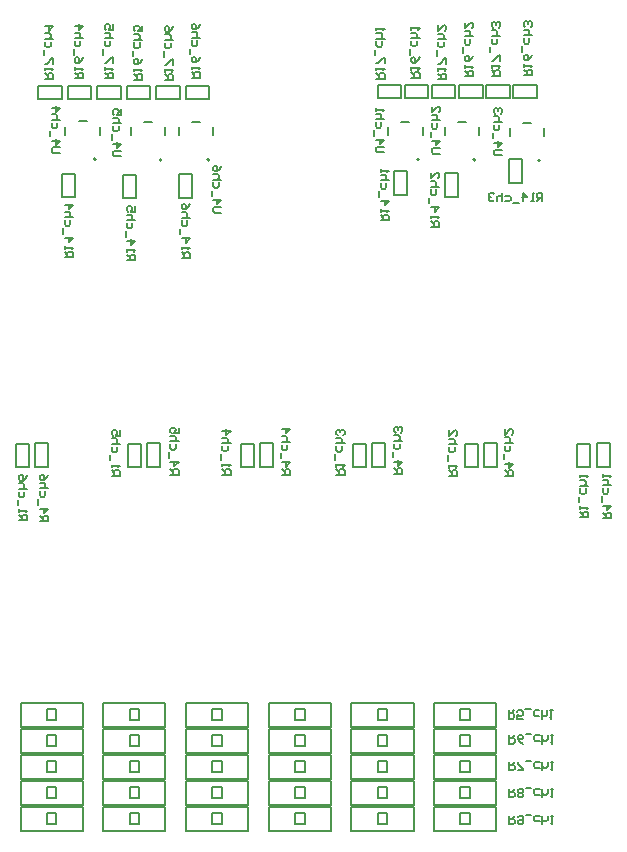
<source format=gbo>
G04*
G04 #@! TF.GenerationSoftware,Altium Limited,Altium Designer,20.0.13 (296)*
G04*
G04 Layer_Color=32896*
%FSLAX44Y44*%
%MOMM*%
G71*
G01*
G75*
%ADD10C,0.1500*%
%ADD12C,0.2000*%
%ADD15C,0.1270*%
D10*
X370697Y249000D02*
X423197D01*
Y228500D02*
Y249000D01*
X370697Y228500D02*
X423197D01*
X370697D02*
Y249000D01*
X400947Y234000D02*
Y243750D01*
X392947D02*
X400947D01*
X392947Y234000D02*
Y243750D01*
Y234000D02*
X400947D01*
X230682Y249000D02*
X283182D01*
Y228500D02*
Y249000D01*
X230682Y228500D02*
X283182D01*
X230682D02*
Y249000D01*
X260932Y234000D02*
Y243750D01*
X252932D02*
X260932D01*
X252932Y234000D02*
Y243750D01*
Y234000D02*
X260932D01*
X90667Y249000D02*
X143167D01*
Y228500D02*
Y249000D01*
X90667Y228500D02*
X143167D01*
X90667D02*
Y249000D01*
X120917Y234000D02*
Y243750D01*
X112917D02*
X120917D01*
X112917Y234000D02*
Y243750D01*
Y234000D02*
X120917D01*
X440705Y249000D02*
X493205D01*
Y228500D02*
Y249000D01*
X440705Y228500D02*
X493205D01*
X440705D02*
Y249000D01*
X470955Y234000D02*
Y243750D01*
X462955D02*
X470955D01*
X462955Y234000D02*
Y243750D01*
Y234000D02*
X470955D01*
X440705Y271000D02*
X493205D01*
Y250500D02*
Y271000D01*
X440705Y250500D02*
X493205D01*
X440705D02*
Y271000D01*
X470955Y256000D02*
Y265750D01*
X462955D02*
X470955D01*
X462955Y256000D02*
Y265750D01*
Y256000D02*
X470955D01*
X440705Y293000D02*
X493205D01*
Y272500D02*
Y293000D01*
X440705Y272500D02*
X493205D01*
X440705D02*
Y293000D01*
X470955Y278000D02*
Y287750D01*
X462955D02*
X470955D01*
X462955Y278000D02*
Y287750D01*
Y278000D02*
X470955D01*
X440705Y315000D02*
X493205D01*
Y294500D02*
Y315000D01*
X440705Y294500D02*
X493205D01*
X440705D02*
Y315000D01*
X470955Y300000D02*
Y309750D01*
X462955D02*
X470955D01*
X462955Y300000D02*
Y309750D01*
Y300000D02*
X470955D01*
X440705Y337000D02*
X493205D01*
Y316500D02*
Y337000D01*
X440705Y316500D02*
X493205D01*
X440705D02*
Y337000D01*
X470955Y322000D02*
Y331750D01*
X462955D02*
X470955D01*
X462955Y322000D02*
Y331750D01*
Y322000D02*
X470955D01*
X370697Y271000D02*
X423197D01*
Y250500D02*
Y271000D01*
X370697Y250500D02*
X423197D01*
X370697D02*
Y271000D01*
X400947Y256000D02*
Y265750D01*
X392947D02*
X400947D01*
X392947Y256000D02*
Y265750D01*
Y256000D02*
X400947D01*
X370697Y293000D02*
X423197D01*
Y272500D02*
Y293000D01*
X370697Y272500D02*
X423197D01*
X370697D02*
Y293000D01*
X400947Y278000D02*
Y287750D01*
X392947D02*
X400947D01*
X392947Y278000D02*
Y287750D01*
Y278000D02*
X400947D01*
X370697Y315000D02*
X423197D01*
Y294500D02*
Y315000D01*
X370697Y294500D02*
X423197D01*
X370697D02*
Y315000D01*
X400947Y300000D02*
Y309750D01*
X392947D02*
X400947D01*
X392947Y300000D02*
Y309750D01*
Y300000D02*
X400947D01*
X370697Y337000D02*
X423197D01*
Y316500D02*
Y337000D01*
X370697Y316500D02*
X423197D01*
X370697D02*
Y337000D01*
X400947Y322000D02*
Y331750D01*
X392947D02*
X400947D01*
X392947Y322000D02*
Y331750D01*
Y322000D02*
X400947D01*
X300690Y249000D02*
X353190D01*
Y228500D02*
Y249000D01*
X300690Y228500D02*
X353190D01*
X300690D02*
Y249000D01*
X330940Y234000D02*
Y243750D01*
X322940D02*
X330940D01*
X322940Y234000D02*
Y243750D01*
Y234000D02*
X330940D01*
X300690Y271000D02*
X353190D01*
Y250500D02*
Y271000D01*
X300690Y250500D02*
X353190D01*
X300690D02*
Y271000D01*
X330940Y256000D02*
Y265750D01*
X322940D02*
X330940D01*
X322940Y256000D02*
Y265750D01*
Y256000D02*
X330940D01*
X300690Y293000D02*
X353190D01*
Y272500D02*
Y293000D01*
X300690Y272500D02*
X353190D01*
X300690D02*
Y293000D01*
X330940Y278000D02*
Y287750D01*
X322940D02*
X330940D01*
X322940Y278000D02*
Y287750D01*
Y278000D02*
X330940D01*
X300690Y315000D02*
X353190D01*
Y294500D02*
Y315000D01*
X300690Y294500D02*
X353190D01*
X300690D02*
Y315000D01*
X330940Y300000D02*
Y309750D01*
X322940D02*
X330940D01*
X322940Y300000D02*
Y309750D01*
Y300000D02*
X330940D01*
X300690Y337000D02*
X353190D01*
Y316500D02*
Y337000D01*
X300690Y316500D02*
X353190D01*
X300690D02*
Y337000D01*
X330940Y322000D02*
Y331750D01*
X322940D02*
X330940D01*
X322940Y322000D02*
Y331750D01*
Y322000D02*
X330940D01*
X230682Y271000D02*
X283182D01*
Y250500D02*
Y271000D01*
X230682Y250500D02*
X283182D01*
X230682D02*
Y271000D01*
X260932Y256000D02*
Y265750D01*
X252932D02*
X260932D01*
X252932Y256000D02*
Y265750D01*
Y256000D02*
X260932D01*
X230682Y293000D02*
X283182D01*
Y272500D02*
Y293000D01*
X230682Y272500D02*
X283182D01*
X230682D02*
Y293000D01*
X260932Y278000D02*
Y287750D01*
X252932D02*
X260932D01*
X252932Y278000D02*
Y287750D01*
Y278000D02*
X260932D01*
X230682Y315000D02*
X283182D01*
Y294500D02*
Y315000D01*
X230682Y294500D02*
X283182D01*
X230682D02*
Y315000D01*
X260932Y300000D02*
Y309750D01*
X252932D02*
X260932D01*
X252932Y300000D02*
Y309750D01*
Y300000D02*
X260932D01*
X230682Y337000D02*
X283182D01*
Y316500D02*
Y337000D01*
X230682Y316500D02*
X283182D01*
X230682D02*
Y337000D01*
X260932Y322000D02*
Y331750D01*
X252932D02*
X260932D01*
X252932Y322000D02*
Y331750D01*
Y322000D02*
X260932D01*
X160675Y249000D02*
X213175D01*
Y228500D02*
Y249000D01*
X160675Y228500D02*
X213175D01*
X160675D02*
Y249000D01*
X190925Y234000D02*
Y243750D01*
X182925D02*
X190925D01*
X182925Y234000D02*
Y243750D01*
Y234000D02*
X190925D01*
X160675Y271000D02*
X213175D01*
Y250500D02*
Y271000D01*
X160675Y250500D02*
X213175D01*
X160675D02*
Y271000D01*
X190925Y256000D02*
Y265750D01*
X182925D02*
X190925D01*
X182925Y256000D02*
Y265750D01*
Y256000D02*
X190925D01*
X160675Y293000D02*
X213175D01*
Y272500D02*
Y293000D01*
X160675Y272500D02*
X213175D01*
X160675D02*
Y293000D01*
X190925Y278000D02*
Y287750D01*
X182925D02*
X190925D01*
X182925Y278000D02*
Y287750D01*
Y278000D02*
X190925D01*
X160675Y315000D02*
X213175D01*
Y294500D02*
Y315000D01*
X160675Y294500D02*
X213175D01*
X160675D02*
Y315000D01*
X190925Y300000D02*
Y309750D01*
X182925D02*
X190925D01*
X182925Y300000D02*
Y309750D01*
Y300000D02*
X190925D01*
X160675Y337000D02*
X213175D01*
Y316500D02*
Y337000D01*
X160675Y316500D02*
X213175D01*
X160675D02*
Y337000D01*
X190925Y322000D02*
Y331750D01*
X182925D02*
X190925D01*
X182925Y322000D02*
Y331750D01*
Y322000D02*
X190925D01*
X90667Y271000D02*
X143167D01*
Y250500D02*
Y271000D01*
X90667Y250500D02*
X143167D01*
X90667D02*
Y271000D01*
X120917Y256000D02*
Y265750D01*
X112917D02*
X120917D01*
X112917Y256000D02*
Y265750D01*
Y256000D02*
X120917D01*
X90667Y293000D02*
X143167D01*
Y272500D02*
Y293000D01*
X90667Y272500D02*
X143167D01*
X90667D02*
Y293000D01*
X120917Y278000D02*
Y287750D01*
X112917D02*
X120917D01*
X112917Y278000D02*
Y287750D01*
Y278000D02*
X120917D01*
X90667Y315000D02*
X143167D01*
Y294500D02*
Y315000D01*
X90667Y294500D02*
X143167D01*
X90667D02*
Y315000D01*
X120917Y300000D02*
Y309750D01*
X112917D02*
X120917D01*
X112917Y300000D02*
Y309750D01*
Y300000D02*
X120917D01*
X90667Y337000D02*
X143167D01*
Y316500D02*
Y337000D01*
X90667Y316500D02*
X143167D01*
X90667D02*
Y337000D01*
X120917Y322000D02*
Y331750D01*
X112917D02*
X120917D01*
X112917Y322000D02*
Y331750D01*
Y322000D02*
X120917D01*
D12*
X154500Y797150D02*
G03*
X154500Y797150I-1000J0D01*
G01*
X210000Y796650D02*
G03*
X210000Y796650I-1000J0D01*
G01*
X250500D02*
G03*
X250500Y796650I-1000J0D01*
G01*
X530500Y795900D02*
G03*
X530500Y795900I-1000J0D01*
G01*
X475750Y796650D02*
G03*
X475750Y796650I-1000J0D01*
G01*
X427875Y796900D02*
G03*
X427875Y796900I-1000J0D01*
G01*
X125500Y848250D02*
Y859250D01*
X105500D02*
X125500D01*
X105500Y848250D02*
Y859250D01*
Y848250D02*
X125500D01*
X150450D02*
Y859250D01*
X130450D02*
X150450D01*
X130450Y848250D02*
Y859250D01*
Y848250D02*
X150450D01*
X175400D02*
Y859250D01*
X155400D02*
X175400D01*
X155400Y848250D02*
Y859250D01*
Y848250D02*
X175400D01*
X200350D02*
Y859250D01*
X180350D02*
X200350D01*
X180350Y848250D02*
Y859250D01*
Y848250D02*
X200350D01*
X225300D02*
Y859250D01*
X205300D02*
X225300D01*
X205300Y848250D02*
Y859250D01*
Y848250D02*
X225300D01*
X250250D02*
Y859250D01*
X230250D02*
X250250D01*
X230250Y848250D02*
Y859250D01*
Y848250D02*
X250250D01*
X125250Y764750D02*
X136250D01*
Y784750D01*
X125250D02*
X136250D01*
X125250Y764750D02*
Y784750D01*
X177125Y764000D02*
X188125D01*
Y784000D01*
X177125D02*
X188125D01*
X177125Y764000D02*
Y784000D01*
X224250Y764500D02*
X235250D01*
Y784500D01*
X224250D02*
X235250D01*
X224250Y764500D02*
Y784500D01*
X412875Y849250D02*
Y860250D01*
X392875D02*
X412875D01*
X392875Y849250D02*
Y860250D01*
Y849250D02*
X412875D01*
X435800D02*
Y860250D01*
X415800D02*
X435800D01*
X415800Y849250D02*
Y860250D01*
Y849250D02*
X435800D01*
X458725D02*
Y860250D01*
X438725D02*
X458725D01*
X438725Y849250D02*
Y860250D01*
Y849250D02*
X458725D01*
X481650D02*
Y860250D01*
X461650D02*
X481650D01*
X461650Y849250D02*
Y860250D01*
Y849250D02*
X481650D01*
X504575D02*
Y860250D01*
X484575D02*
X504575D01*
X484575Y849250D02*
Y860250D01*
Y849250D02*
X504575D01*
X527500D02*
Y860250D01*
X507500D02*
X527500D01*
X507500Y849250D02*
Y860250D01*
Y849250D02*
X527500D01*
X407000Y767250D02*
X418000D01*
Y787250D01*
X407000D02*
X418000D01*
X407000Y767250D02*
Y787250D01*
X449750Y765500D02*
X460750D01*
Y785500D01*
X449750D02*
X460750D01*
X449750Y765500D02*
Y785500D01*
X504000Y777000D02*
X515000D01*
Y797000D01*
X504000D02*
X515000D01*
X504000Y777000D02*
Y797000D01*
X181750Y536250D02*
X192750D01*
Y556250D01*
X181750D02*
X192750D01*
X181750Y536250D02*
Y556250D01*
X197700Y536500D02*
X208700D01*
Y556500D01*
X197700D02*
X208700D01*
X197700Y536500D02*
Y556500D01*
X276750Y536250D02*
X287750D01*
Y556250D01*
X276750D02*
X287750D01*
X276750Y536250D02*
Y556250D01*
X292900Y536500D02*
X303900D01*
Y556500D01*
X292900D02*
X303900D01*
X292900Y536500D02*
Y556500D01*
X371750Y536250D02*
X382750D01*
Y556250D01*
X371750D02*
X382750D01*
X371750Y536250D02*
Y556250D01*
X388100Y536500D02*
X399100D01*
Y556500D01*
X388100D02*
X399100D01*
X388100Y536500D02*
Y556500D01*
X466750Y536250D02*
X477750D01*
Y556250D01*
X466750D02*
X477750D01*
X466750Y536250D02*
Y556250D01*
X483300Y536500D02*
X494300D01*
Y556500D01*
X483300D02*
X494300D01*
X483300Y536500D02*
Y556500D01*
X86750Y536250D02*
X97750D01*
Y556250D01*
X86750D02*
X97750D01*
X86750Y536250D02*
Y556250D01*
X102500Y536500D02*
X113500D01*
Y556500D01*
X102500D02*
X113500D01*
X102500Y536500D02*
Y556500D01*
X561750Y536250D02*
X572750D01*
Y556250D01*
X561750D02*
X572750D01*
X561750Y536250D02*
Y556250D01*
X578500Y536500D02*
X589500D01*
Y556500D01*
X578500D02*
X589500D01*
X578500Y536500D02*
Y556500D01*
X260582Y751923D02*
X254751D01*
X253584Y753089D01*
Y755422D01*
X254751Y756588D01*
X260582D01*
X253584Y762420D02*
X260582D01*
X257083Y758921D01*
Y763586D01*
X252418Y765919D02*
Y770584D01*
X258249Y777581D02*
Y774083D01*
X257083Y772916D01*
X254751D01*
X253584Y774083D01*
Y777581D01*
X260582Y779914D02*
X253584D01*
X257083D01*
X258249Y781080D01*
Y783413D01*
X257083Y784579D01*
X253584D01*
X260582Y791577D02*
X259416Y789244D01*
X257083Y786912D01*
X254751D01*
X253584Y788078D01*
Y790411D01*
X254751Y791577D01*
X255917D01*
X257083Y790411D01*
Y786912D01*
X175832Y799673D02*
X170000D01*
X168834Y800839D01*
Y803172D01*
X170000Y804338D01*
X175832D01*
X168834Y810170D02*
X175832D01*
X172333Y806671D01*
Y811336D01*
X167668Y813669D02*
Y818334D01*
X173499Y825331D02*
Y821833D01*
X172333Y820666D01*
X170000D01*
X168834Y821833D01*
Y825331D01*
X175832Y827664D02*
X168834D01*
X172333D01*
X173499Y828830D01*
Y831163D01*
X172333Y832329D01*
X168834D01*
X175832Y839327D02*
Y834662D01*
X172333D01*
X173499Y836994D01*
Y838161D01*
X172333Y839327D01*
X170000D01*
X168834Y838161D01*
Y835828D01*
X170000Y834662D01*
X123832Y802423D02*
X118001D01*
X116834Y803589D01*
Y805922D01*
X118001Y807088D01*
X123832D01*
X116834Y812920D02*
X123832D01*
X120333Y809421D01*
Y814086D01*
X115668Y816419D02*
Y821084D01*
X121500Y828082D02*
Y824583D01*
X120333Y823416D01*
X118001D01*
X116834Y824583D01*
Y828082D01*
X123832Y830414D02*
X116834D01*
X120333D01*
X121500Y831580D01*
Y833913D01*
X120333Y835079D01*
X116834D01*
Y840911D02*
X123832D01*
X120333Y837412D01*
Y842077D01*
X498332Y800673D02*
X492501D01*
X491334Y801839D01*
Y804172D01*
X492501Y805338D01*
X498332D01*
X491334Y811170D02*
X498332D01*
X494833Y807671D01*
Y812336D01*
X490168Y814669D02*
Y819334D01*
X495999Y826331D02*
Y822833D01*
X494833Y821666D01*
X492501D01*
X491334Y822833D01*
Y826331D01*
X498332Y828664D02*
X491334D01*
X494833D01*
X495999Y829830D01*
Y832163D01*
X494833Y833329D01*
X491334D01*
X497166Y835662D02*
X498332Y836828D01*
Y839161D01*
X497166Y840327D01*
X495999D01*
X494833Y839161D01*
Y837994D01*
Y839161D01*
X493667Y840327D01*
X492501D01*
X491334Y839161D01*
Y836828D01*
X492501Y835662D01*
X445832Y801923D02*
X440001D01*
X438834Y803089D01*
Y805422D01*
X440001Y806588D01*
X445832D01*
X438834Y812420D02*
X445832D01*
X442333Y808921D01*
Y813586D01*
X437668Y815919D02*
Y820584D01*
X443499Y827581D02*
Y824083D01*
X442333Y822916D01*
X440001D01*
X438834Y824083D01*
Y827581D01*
X445832Y829914D02*
X438834D01*
X442333D01*
X443499Y831080D01*
Y833413D01*
X442333Y834579D01*
X438834D01*
Y841577D02*
Y836912D01*
X443499Y841577D01*
X444666D01*
X445832Y840411D01*
Y838078D01*
X444666Y836912D01*
X398332Y802839D02*
X392501D01*
X391334Y804006D01*
Y806338D01*
X392501Y807505D01*
X398332D01*
X391334Y813336D02*
X398332D01*
X394833Y809837D01*
Y814502D01*
X390168Y816835D02*
Y821500D01*
X395999Y828498D02*
Y824999D01*
X394833Y823833D01*
X392501D01*
X391334Y824999D01*
Y828498D01*
X398332Y830830D02*
X391334D01*
X394833D01*
X395999Y831997D01*
Y834329D01*
X394833Y835496D01*
X391334D01*
Y837828D02*
Y840161D01*
Y838994D01*
X398332D01*
X397166Y837828D01*
X212834Y864257D02*
X219832D01*
Y867756D01*
X218666Y868923D01*
X216333D01*
X215167Y867756D01*
Y864257D01*
Y866590D02*
X212834Y868923D01*
Y871255D02*
Y873588D01*
Y872421D01*
X219832D01*
X218666Y871255D01*
X219832Y877086D02*
Y881752D01*
X218666D01*
X214001Y877086D01*
X212834D01*
X211668Y884084D02*
Y888749D01*
X217499Y895747D02*
Y892248D01*
X216333Y891082D01*
X214001D01*
X212834Y892248D01*
Y895747D01*
X219832Y898080D02*
X212834D01*
X216333D01*
X217499Y899246D01*
Y901579D01*
X216333Y902745D01*
X212834D01*
X219832Y909743D02*
X218666Y907410D01*
X216333Y905078D01*
X214001D01*
X212834Y906244D01*
Y908576D01*
X214001Y909743D01*
X215167D01*
X216333Y908576D01*
Y905078D01*
X161834Y865757D02*
X168832D01*
Y869256D01*
X167666Y870423D01*
X165333D01*
X164167Y869256D01*
Y865757D01*
Y868090D02*
X161834Y870423D01*
Y872755D02*
Y875088D01*
Y873921D01*
X168832D01*
X167666Y872755D01*
X168832Y878587D02*
Y883252D01*
X167666D01*
X163001Y878587D01*
X161834D01*
X160668Y885584D02*
Y890249D01*
X166499Y897247D02*
Y893748D01*
X165333Y892582D01*
X163001D01*
X161834Y893748D01*
Y897247D01*
X168832Y899580D02*
X161834D01*
X165333D01*
X166499Y900746D01*
Y903079D01*
X165333Y904245D01*
X161834D01*
X168832Y911243D02*
Y906578D01*
X165333D01*
X166499Y908910D01*
Y910076D01*
X165333Y911243D01*
X163001D01*
X161834Y910076D01*
Y907744D01*
X163001Y906578D01*
X111334Y865257D02*
X118332D01*
Y868756D01*
X117166Y869922D01*
X114833D01*
X113667Y868756D01*
Y865257D01*
Y867590D02*
X111334Y869922D01*
Y872255D02*
Y874588D01*
Y873421D01*
X118332D01*
X117166Y872255D01*
X118332Y878086D02*
Y882752D01*
X117166D01*
X112501Y878086D01*
X111334D01*
X110168Y885084D02*
Y889750D01*
X115999Y896747D02*
Y893248D01*
X114833Y892082D01*
X112501D01*
X111334Y893248D01*
Y896747D01*
X118332Y899080D02*
X111334D01*
X114833D01*
X115999Y900246D01*
Y902579D01*
X114833Y903745D01*
X111334D01*
Y909576D02*
X118332D01*
X114833Y906077D01*
Y910743D01*
X489334Y867757D02*
X496332D01*
Y871256D01*
X495166Y872422D01*
X492833D01*
X491667Y871256D01*
Y867757D01*
Y870090D02*
X489334Y872422D01*
Y874755D02*
Y877088D01*
Y875921D01*
X496332D01*
X495166Y874755D01*
X496332Y880586D02*
Y885252D01*
X495166D01*
X490501Y880586D01*
X489334D01*
X488168Y887584D02*
Y892249D01*
X493999Y899247D02*
Y895748D01*
X492833Y894582D01*
X490501D01*
X489334Y895748D01*
Y899247D01*
X496332Y901580D02*
X489334D01*
X492833D01*
X493999Y902746D01*
Y905079D01*
X492833Y906245D01*
X489334D01*
X495166Y908577D02*
X496332Y909744D01*
Y912076D01*
X495166Y913243D01*
X493999D01*
X492833Y912076D01*
Y910910D01*
Y912076D01*
X491667Y913243D01*
X490501D01*
X489334Y912076D01*
Y909744D01*
X490501Y908577D01*
X444084Y865007D02*
X451082D01*
Y868506D01*
X449916Y869672D01*
X447583D01*
X446417Y868506D01*
Y865007D01*
Y867340D02*
X444084Y869672D01*
Y872005D02*
Y874338D01*
Y873171D01*
X451082D01*
X449916Y872005D01*
X451082Y877837D02*
Y882502D01*
X449916D01*
X445251Y877837D01*
X444084D01*
X442918Y884834D02*
Y889499D01*
X448749Y896497D02*
Y892998D01*
X447583Y891832D01*
X445251D01*
X444084Y892998D01*
Y896497D01*
X451082Y898830D02*
X444084D01*
X447583D01*
X448749Y899996D01*
Y902329D01*
X447583Y903495D01*
X444084D01*
Y910493D02*
Y905827D01*
X448749Y910493D01*
X449916D01*
X451082Y909326D01*
Y906994D01*
X449916Y905827D01*
X391834Y865424D02*
X398832D01*
Y868923D01*
X397666Y870089D01*
X395333D01*
X394167Y868923D01*
Y865424D01*
Y867756D02*
X391834Y870089D01*
Y872421D02*
Y874754D01*
Y873588D01*
X398832D01*
X397666Y872421D01*
X398832Y878253D02*
Y882918D01*
X397666D01*
X393001Y878253D01*
X391834D01*
X390668Y885251D02*
Y889916D01*
X396499Y896914D02*
Y893415D01*
X395333Y892248D01*
X393001D01*
X391834Y893415D01*
Y896914D01*
X398832Y899246D02*
X391834D01*
X395333D01*
X396499Y900412D01*
Y902745D01*
X395333Y903911D01*
X391834D01*
Y906244D02*
Y908576D01*
Y907410D01*
X398832D01*
X397666Y906244D01*
X235334Y866257D02*
X242332D01*
Y869756D01*
X241166Y870922D01*
X238833D01*
X237667Y869756D01*
Y866257D01*
Y868590D02*
X235334Y870922D01*
Y873255D02*
Y875588D01*
Y874421D01*
X242332D01*
X241166Y873255D01*
X242332Y883752D02*
X241166Y881419D01*
X238833Y879087D01*
X236501D01*
X235334Y880253D01*
Y882585D01*
X236501Y883752D01*
X237667D01*
X238833Y882585D01*
Y879087D01*
X234168Y886084D02*
Y890750D01*
X239999Y897747D02*
Y894248D01*
X238833Y893082D01*
X236501D01*
X235334Y894248D01*
Y897747D01*
X242332Y900080D02*
X235334D01*
X238833D01*
X239999Y901246D01*
Y903579D01*
X238833Y904745D01*
X235334D01*
X242332Y911743D02*
X241166Y909410D01*
X238833Y907077D01*
X236501D01*
X235334Y908244D01*
Y910576D01*
X236501Y911743D01*
X237667D01*
X238833Y910576D01*
Y907077D01*
X186584Y864507D02*
X193582D01*
Y868006D01*
X192416Y869173D01*
X190083D01*
X188917Y868006D01*
Y864507D01*
Y866840D02*
X186584Y869173D01*
Y871505D02*
Y873838D01*
Y872671D01*
X193582D01*
X192416Y871505D01*
X193582Y882002D02*
X192416Y879669D01*
X190083Y877337D01*
X187751D01*
X186584Y878503D01*
Y880835D01*
X187751Y882002D01*
X188917D01*
X190083Y880835D01*
Y877337D01*
X185418Y884334D02*
Y888999D01*
X191250Y895997D02*
Y892498D01*
X190083Y891332D01*
X187751D01*
X186584Y892498D01*
Y895997D01*
X193582Y898330D02*
X186584D01*
X190083D01*
X191250Y899496D01*
Y901829D01*
X190083Y902995D01*
X186584D01*
X193582Y909993D02*
Y905328D01*
X190083D01*
X191250Y907660D01*
Y908826D01*
X190083Y909993D01*
X187751D01*
X186584Y908826D01*
Y906494D01*
X187751Y905328D01*
X136584Y865757D02*
X143582D01*
Y869256D01*
X142416Y870423D01*
X140083D01*
X138917Y869256D01*
Y865757D01*
Y868090D02*
X136584Y870423D01*
Y872755D02*
Y875088D01*
Y873921D01*
X143582D01*
X142416Y872755D01*
X143582Y883252D02*
X142416Y880919D01*
X140083Y878587D01*
X137751D01*
X136584Y879753D01*
Y882085D01*
X137751Y883252D01*
X138917D01*
X140083Y882085D01*
Y878587D01*
X135418Y885584D02*
Y890249D01*
X141250Y897247D02*
Y893748D01*
X140083Y892582D01*
X137751D01*
X136584Y893748D01*
Y897247D01*
X143582Y899580D02*
X136584D01*
X140083D01*
X141250Y900746D01*
Y903079D01*
X140083Y904245D01*
X136584D01*
Y910076D02*
X143582D01*
X140083Y906578D01*
Y911243D01*
X516584Y868257D02*
X523582D01*
Y871756D01*
X522416Y872923D01*
X520083D01*
X518917Y871756D01*
Y868257D01*
Y870590D02*
X516584Y872923D01*
Y875255D02*
Y877588D01*
Y876421D01*
X523582D01*
X522416Y875255D01*
X523582Y885752D02*
X522416Y883419D01*
X520083Y881087D01*
X517751D01*
X516584Y882253D01*
Y884585D01*
X517751Y885752D01*
X518917D01*
X520083Y884585D01*
Y881087D01*
X515418Y888084D02*
Y892749D01*
X521250Y899747D02*
Y896248D01*
X520083Y895082D01*
X517751D01*
X516584Y896248D01*
Y899747D01*
X523582Y902080D02*
X516584D01*
X520083D01*
X521250Y903246D01*
Y905579D01*
X520083Y906745D01*
X516584D01*
X522416Y909078D02*
X523582Y910244D01*
Y912576D01*
X522416Y913743D01*
X521250D01*
X520083Y912576D01*
Y911410D01*
Y912576D01*
X518917Y913743D01*
X517751D01*
X516584Y912576D01*
Y910244D01*
X517751Y909078D01*
X466584Y867257D02*
X473582D01*
Y870756D01*
X472416Y871923D01*
X470083D01*
X468917Y870756D01*
Y867257D01*
Y869590D02*
X466584Y871923D01*
Y874255D02*
Y876588D01*
Y875421D01*
X473582D01*
X472416Y874255D01*
X473582Y884752D02*
X472416Y882419D01*
X470083Y880087D01*
X467751D01*
X466584Y881253D01*
Y883585D01*
X467751Y884752D01*
X468917D01*
X470083Y883585D01*
Y880087D01*
X465418Y887084D02*
Y891749D01*
X471250Y898747D02*
Y895248D01*
X470083Y894082D01*
X467751D01*
X466584Y895248D01*
Y898747D01*
X473582Y901080D02*
X466584D01*
X470083D01*
X471250Y902246D01*
Y904579D01*
X470083Y905745D01*
X466584D01*
Y912743D02*
Y908077D01*
X471250Y912743D01*
X472416D01*
X473582Y911576D01*
Y909244D01*
X472416Y908077D01*
X421334Y865924D02*
X428332D01*
Y869423D01*
X427166Y870589D01*
X424833D01*
X423667Y869423D01*
Y865924D01*
Y868256D02*
X421334Y870589D01*
Y872921D02*
Y875254D01*
Y874088D01*
X428332D01*
X427166Y872921D01*
X428332Y883418D02*
X427166Y881085D01*
X424833Y878753D01*
X422501D01*
X421334Y879919D01*
Y882252D01*
X422501Y883418D01*
X423667D01*
X424833Y882252D01*
Y878753D01*
X420168Y885751D02*
Y890416D01*
X425999Y897413D02*
Y893915D01*
X424833Y892748D01*
X422501D01*
X421334Y893915D01*
Y897413D01*
X428332Y899746D02*
X421334D01*
X424833D01*
X425999Y900912D01*
Y903245D01*
X424833Y904411D01*
X421334D01*
Y906744D02*
Y909076D01*
Y907910D01*
X428332D01*
X427166Y906744D01*
X226834Y713757D02*
X233832D01*
Y717256D01*
X232666Y718422D01*
X230333D01*
X229167Y717256D01*
Y713757D01*
Y716090D02*
X226834Y718422D01*
Y720755D02*
Y723088D01*
Y721921D01*
X233832D01*
X232666Y720755D01*
X226834Y730085D02*
X233832D01*
X230333Y726587D01*
Y731252D01*
X225668Y733584D02*
Y738250D01*
X231500Y745247D02*
Y741748D01*
X230333Y740582D01*
X228001D01*
X226834Y741748D01*
Y745247D01*
X233832Y747580D02*
X226834D01*
X230333D01*
X231500Y748746D01*
Y751079D01*
X230333Y752245D01*
X226834D01*
X233832Y759243D02*
X232666Y756910D01*
X230333Y754577D01*
X228001D01*
X226834Y755744D01*
Y758076D01*
X228001Y759243D01*
X229167D01*
X230333Y758076D01*
Y754577D01*
X180584Y711757D02*
X187582D01*
Y715256D01*
X186416Y716423D01*
X184083D01*
X182917Y715256D01*
Y711757D01*
Y714090D02*
X180584Y716423D01*
Y718755D02*
Y721088D01*
Y719921D01*
X187582D01*
X186416Y718755D01*
X180584Y728085D02*
X187582D01*
X184083Y724586D01*
Y729252D01*
X179418Y731584D02*
Y736249D01*
X185249Y743247D02*
Y739748D01*
X184083Y738582D01*
X181751D01*
X180584Y739748D01*
Y743247D01*
X187582Y745580D02*
X180584D01*
X184083D01*
X185249Y746746D01*
Y749079D01*
X184083Y750245D01*
X180584D01*
X187582Y757243D02*
Y752578D01*
X184083D01*
X185249Y754910D01*
Y756076D01*
X184083Y757243D01*
X181751D01*
X180584Y756076D01*
Y753744D01*
X181751Y752578D01*
X127834Y714007D02*
X134832D01*
Y717506D01*
X133666Y718672D01*
X131333D01*
X130167Y717506D01*
Y714007D01*
Y716340D02*
X127834Y718672D01*
Y721005D02*
Y723338D01*
Y722171D01*
X134832D01*
X133666Y721005D01*
X127834Y730335D02*
X134832D01*
X131333Y726836D01*
Y731502D01*
X126668Y733834D02*
Y738500D01*
X132500Y745497D02*
Y741998D01*
X131333Y740832D01*
X129001D01*
X127834Y741998D01*
Y745497D01*
X134832Y747830D02*
X127834D01*
X131333D01*
X132500Y748996D01*
Y751329D01*
X131333Y752495D01*
X127834D01*
Y758326D02*
X134832D01*
X131333Y754827D01*
Y759493D01*
X532243Y761584D02*
Y768582D01*
X528744D01*
X527578Y767416D01*
Y765083D01*
X528744Y763917D01*
X532243D01*
X529910D02*
X527578Y761584D01*
X525245D02*
X522912D01*
X524079D01*
Y768582D01*
X525245Y767416D01*
X515915Y761584D02*
Y768582D01*
X519413Y765083D01*
X514748D01*
X512416Y760418D02*
X507751D01*
X500753Y766249D02*
X504252D01*
X505418Y765083D01*
Y762751D01*
X504252Y761584D01*
X500753D01*
X498420Y768582D02*
Y761584D01*
Y765083D01*
X497254Y766249D01*
X494921D01*
X493755Y765083D01*
Y761584D01*
X491423Y767416D02*
X490256Y768582D01*
X487924D01*
X486757Y767416D01*
Y766249D01*
X487924Y765083D01*
X489090D01*
X487924D01*
X486757Y763917D01*
Y762751D01*
X487924Y761584D01*
X490256D01*
X491423Y762751D01*
X437834Y740007D02*
X444832D01*
Y743506D01*
X443666Y744672D01*
X441333D01*
X440167Y743506D01*
Y740007D01*
Y742340D02*
X437834Y744672D01*
Y747005D02*
Y749338D01*
Y748171D01*
X444832D01*
X443666Y747005D01*
X437834Y756335D02*
X444832D01*
X441333Y752837D01*
Y757502D01*
X436668Y759834D02*
Y764499D01*
X442499Y771497D02*
Y767998D01*
X441333Y766832D01*
X439001D01*
X437834Y767998D01*
Y771497D01*
X444832Y773830D02*
X437834D01*
X441333D01*
X442499Y774996D01*
Y777329D01*
X441333Y778495D01*
X437834D01*
Y785493D02*
Y780827D01*
X442499Y785493D01*
X443666D01*
X444832Y784326D01*
Y781994D01*
X443666Y780827D01*
X395334Y745424D02*
X402332D01*
Y748923D01*
X401166Y750089D01*
X398833D01*
X397667Y748923D01*
Y745424D01*
Y747756D02*
X395334Y750089D01*
Y752421D02*
Y754754D01*
Y753588D01*
X402332D01*
X401166Y752421D01*
X395334Y761752D02*
X402332D01*
X398833Y758253D01*
Y762918D01*
X394168Y765251D02*
Y769916D01*
X400000Y776914D02*
Y773415D01*
X398833Y772248D01*
X396501D01*
X395334Y773415D01*
Y776914D01*
X402332Y779246D02*
X395334D01*
X398833D01*
X400000Y780412D01*
Y782745D01*
X398833Y783911D01*
X395334D01*
Y786244D02*
Y788576D01*
Y787410D01*
X402332D01*
X401166Y786244D01*
X504294Y241121D02*
Y234123D01*
X507793D01*
X508959Y235289D01*
Y237622D01*
X507793Y238788D01*
X504294D01*
X506627D02*
X508959Y241121D01*
X511292Y239955D02*
X512458Y241121D01*
X514790D01*
X515957Y239955D01*
Y235289D01*
X514790Y234123D01*
X512458D01*
X511292Y235289D01*
Y236456D01*
X512458Y237622D01*
X515957D01*
X518289Y242287D02*
X522955D01*
X529952Y236456D02*
X526453D01*
X525287Y237622D01*
Y239955D01*
X526453Y241121D01*
X529952D01*
X532285Y234123D02*
Y241121D01*
Y237622D01*
X533451Y236456D01*
X535784D01*
X536950Y237622D01*
Y241121D01*
X539283D02*
X541615D01*
X540449D01*
Y234123D01*
X539283Y235289D01*
X504294Y263871D02*
Y256873D01*
X507793D01*
X508959Y258039D01*
Y260372D01*
X507793Y261538D01*
X504294D01*
X506627D02*
X508959Y263871D01*
X511292Y258039D02*
X512458Y256873D01*
X514790D01*
X515957Y258039D01*
Y259206D01*
X514790Y260372D01*
X515957Y261538D01*
Y262705D01*
X514790Y263871D01*
X512458D01*
X511292Y262705D01*
Y261538D01*
X512458Y260372D01*
X511292Y259206D01*
Y258039D01*
X512458Y260372D02*
X514790D01*
X518289Y265037D02*
X522955D01*
X529952Y259206D02*
X526453D01*
X525287Y260372D01*
Y262705D01*
X526453Y263871D01*
X529952D01*
X532285Y256873D02*
Y263871D01*
Y260372D01*
X533451Y259206D01*
X535784D01*
X536950Y260372D01*
Y263871D01*
X539283D02*
X541615D01*
X540449D01*
Y256873D01*
X539283Y258039D01*
X504294Y286621D02*
Y279623D01*
X507793D01*
X508959Y280790D01*
Y283122D01*
X507793Y284288D01*
X504294D01*
X506627D02*
X508959Y286621D01*
X511292Y279623D02*
X515957D01*
Y280790D01*
X511292Y285455D01*
Y286621D01*
X518289Y287787D02*
X522955D01*
X529952Y281956D02*
X526453D01*
X525287Y283122D01*
Y285455D01*
X526453Y286621D01*
X529952D01*
X532285Y279623D02*
Y286621D01*
Y283122D01*
X533451Y281956D01*
X535784D01*
X536950Y283122D01*
Y286621D01*
X539283D02*
X541615D01*
X540449D01*
Y279623D01*
X539283Y280790D01*
X504294Y309371D02*
Y302373D01*
X507793D01*
X508959Y303540D01*
Y305872D01*
X507793Y307038D01*
X504294D01*
X506627D02*
X508959Y309371D01*
X515957Y302373D02*
X513624Y303540D01*
X511292Y305872D01*
Y308205D01*
X512458Y309371D01*
X514790D01*
X515957Y308205D01*
Y307038D01*
X514790Y305872D01*
X511292D01*
X518289Y310537D02*
X522955D01*
X529952Y304706D02*
X526453D01*
X525287Y305872D01*
Y308205D01*
X526453Y309371D01*
X529952D01*
X532285Y302373D02*
Y309371D01*
Y305872D01*
X533451Y304706D01*
X535784D01*
X536950Y305872D01*
Y309371D01*
X539283D02*
X541615D01*
X540449D01*
Y302373D01*
X539283Y303540D01*
X503839Y330416D02*
Y323418D01*
X507338D01*
X508504Y324584D01*
Y326917D01*
X507338Y328083D01*
X503839D01*
X506172D02*
X508504Y330416D01*
X515502Y323418D02*
X510837D01*
Y326917D01*
X513170Y325751D01*
X514336D01*
X515502Y326917D01*
Y329249D01*
X514336Y330416D01*
X512003D01*
X510837Y329249D01*
X517835Y331582D02*
X522500D01*
X529498Y325751D02*
X525999D01*
X524832Y326917D01*
Y329249D01*
X525999Y330416D01*
X529498D01*
X531830Y323418D02*
Y330416D01*
Y326917D01*
X532997Y325751D01*
X535329D01*
X536495Y326917D01*
Y330416D01*
X538828D02*
X541161D01*
X539994D01*
Y323418D01*
X538828Y324584D01*
X106834Y490423D02*
X113832D01*
Y493922D01*
X112666Y495088D01*
X110333D01*
X109167Y493922D01*
Y490423D01*
Y492756D02*
X106834Y495088D01*
Y500920D02*
X113832D01*
X110333Y497421D01*
Y502086D01*
X105668Y504418D02*
Y509084D01*
X111499Y516081D02*
Y512583D01*
X110333Y511416D01*
X108000D01*
X106834Y512583D01*
Y516081D01*
X113832Y518414D02*
X106834D01*
X110333D01*
X111499Y519580D01*
Y521913D01*
X110333Y523079D01*
X106834D01*
X113832Y530077D02*
X112666Y527744D01*
X110333Y525412D01*
X108000D01*
X106834Y526578D01*
Y528911D01*
X108000Y530077D01*
X109167D01*
X110333Y528911D01*
Y525412D01*
X217334Y530173D02*
X224332D01*
Y533672D01*
X223166Y534838D01*
X220833D01*
X219667Y533672D01*
Y530173D01*
Y532506D02*
X217334Y534838D01*
Y540670D02*
X224332D01*
X220833Y537171D01*
Y541836D01*
X216168Y544169D02*
Y548834D01*
X221999Y555831D02*
Y552333D01*
X220833Y551166D01*
X218501D01*
X217334Y552333D01*
Y555831D01*
X224332Y558164D02*
X217334D01*
X220833D01*
X221999Y559330D01*
Y561663D01*
X220833Y562829D01*
X217334D01*
X224332Y569827D02*
Y565162D01*
X220833D01*
X221999Y567494D01*
Y568661D01*
X220833Y569827D01*
X218501D01*
X217334Y568661D01*
Y566328D01*
X218501Y565162D01*
X311834Y529923D02*
X318832D01*
Y533422D01*
X317666Y534588D01*
X315333D01*
X314167Y533422D01*
Y529923D01*
Y532256D02*
X311834Y534588D01*
Y540420D02*
X318832D01*
X315333Y536921D01*
Y541586D01*
X310668Y543918D02*
Y548584D01*
X316499Y555581D02*
Y552082D01*
X315333Y550916D01*
X313001D01*
X311834Y552082D01*
Y555581D01*
X318832Y557914D02*
X311834D01*
X315333D01*
X316499Y559080D01*
Y561413D01*
X315333Y562579D01*
X311834D01*
Y568411D02*
X318832D01*
X315333Y564912D01*
Y569577D01*
X406834Y530673D02*
X413832D01*
Y534172D01*
X412666Y535338D01*
X410333D01*
X409167Y534172D01*
Y530673D01*
Y533006D02*
X406834Y535338D01*
Y541170D02*
X413832D01*
X410333Y537671D01*
Y542336D01*
X405668Y544669D02*
Y549334D01*
X411499Y556331D02*
Y552833D01*
X410333Y551666D01*
X408001D01*
X406834Y552833D01*
Y556331D01*
X413832Y558664D02*
X406834D01*
X410333D01*
X411499Y559830D01*
Y562163D01*
X410333Y563329D01*
X406834D01*
X412666Y565662D02*
X413832Y566828D01*
Y569161D01*
X412666Y570327D01*
X411499D01*
X410333Y569161D01*
Y567994D01*
Y569161D01*
X409167Y570327D01*
X408001D01*
X406834Y569161D01*
Y566828D01*
X408001Y565662D01*
X500584Y528923D02*
X507582D01*
Y532422D01*
X506416Y533588D01*
X504083D01*
X502917Y532422D01*
Y528923D01*
Y531256D02*
X500584Y533588D01*
Y539420D02*
X507582D01*
X504083Y535921D01*
Y540586D01*
X499418Y542919D02*
Y547584D01*
X505249Y554581D02*
Y551082D01*
X504083Y549916D01*
X501751D01*
X500584Y551082D01*
Y554581D01*
X507582Y556914D02*
X500584D01*
X504083D01*
X505249Y558080D01*
Y560413D01*
X504083Y561579D01*
X500584D01*
Y568577D02*
Y563912D01*
X505249Y568577D01*
X506416D01*
X507582Y567411D01*
Y565078D01*
X506416Y563912D01*
X583584Y493089D02*
X590582D01*
Y496588D01*
X589416Y497755D01*
X587083D01*
X585917Y496588D01*
Y493089D01*
Y495422D02*
X583584Y497755D01*
Y503586D02*
X590582D01*
X587083Y500087D01*
Y504752D01*
X582418Y507085D02*
Y511750D01*
X588249Y518748D02*
Y515249D01*
X587083Y514083D01*
X584751D01*
X583584Y515249D01*
Y518748D01*
X590582Y521080D02*
X583584D01*
X587083D01*
X588249Y522247D01*
Y524579D01*
X587083Y525746D01*
X583584D01*
Y528078D02*
Y530411D01*
Y529244D01*
X590582D01*
X589416Y528078D01*
X89084Y491256D02*
X96082D01*
Y494755D01*
X94916Y495921D01*
X92583D01*
X91417Y494755D01*
Y491256D01*
Y493589D02*
X89084Y495921D01*
Y498254D02*
Y500587D01*
Y499420D01*
X96082D01*
X94916Y498254D01*
X87918Y504085D02*
Y508751D01*
X93749Y515748D02*
Y512249D01*
X92583Y511083D01*
X90251D01*
X89084Y512249D01*
Y515748D01*
X96082Y518081D02*
X89084D01*
X92583D01*
X93749Y519247D01*
Y521580D01*
X92583Y522746D01*
X89084D01*
X96082Y529744D02*
X94916Y527411D01*
X92583Y525079D01*
X90251D01*
X89084Y526245D01*
Y528577D01*
X90251Y529744D01*
X91417D01*
X92583Y528577D01*
Y525079D01*
X167584Y529256D02*
X174582D01*
Y532755D01*
X173416Y533921D01*
X171083D01*
X169917Y532755D01*
Y529256D01*
Y531589D02*
X167584Y533921D01*
Y536254D02*
Y538587D01*
Y537420D01*
X174582D01*
X173416Y536254D01*
X166418Y542085D02*
Y546751D01*
X172249Y553748D02*
Y550249D01*
X171083Y549083D01*
X168751D01*
X167584Y550249D01*
Y553748D01*
X174582Y556081D02*
X167584D01*
X171083D01*
X172249Y557247D01*
Y559580D01*
X171083Y560746D01*
X167584D01*
X174582Y567744D02*
Y563079D01*
X171083D01*
X172249Y565411D01*
Y566577D01*
X171083Y567744D01*
X168751D01*
X167584Y566577D01*
Y564245D01*
X168751Y563079D01*
X261334Y530006D02*
X268332D01*
Y533505D01*
X267166Y534671D01*
X264833D01*
X263667Y533505D01*
Y530006D01*
Y532339D02*
X261334Y534671D01*
Y537004D02*
Y539337D01*
Y538170D01*
X268332D01*
X267166Y537004D01*
X260168Y542835D02*
Y547501D01*
X265999Y554498D02*
Y550999D01*
X264833Y549833D01*
X262501D01*
X261334Y550999D01*
Y554498D01*
X268332Y556831D02*
X261334D01*
X264833D01*
X265999Y557997D01*
Y560330D01*
X264833Y561496D01*
X261334D01*
Y567327D02*
X268332D01*
X264833Y563829D01*
Y568494D01*
X357834Y529756D02*
X364832D01*
Y533255D01*
X363666Y534421D01*
X361333D01*
X360167Y533255D01*
Y529756D01*
Y532089D02*
X357834Y534421D01*
Y536754D02*
Y539086D01*
Y537920D01*
X364832D01*
X363666Y536754D01*
X356668Y542585D02*
Y547251D01*
X362500Y554248D02*
Y550749D01*
X361333Y549583D01*
X359001D01*
X357834Y550749D01*
Y554248D01*
X364832Y556581D02*
X357834D01*
X361333D01*
X362500Y557747D01*
Y560080D01*
X361333Y561246D01*
X357834D01*
X363666Y563579D02*
X364832Y564745D01*
Y567077D01*
X363666Y568244D01*
X362500D01*
X361333Y567077D01*
Y565911D01*
Y567077D01*
X360167Y568244D01*
X359001D01*
X357834Y567077D01*
Y564745D01*
X359001Y563579D01*
X453334Y529006D02*
X460332D01*
Y532505D01*
X459166Y533671D01*
X456833D01*
X455667Y532505D01*
Y529006D01*
Y531339D02*
X453334Y533671D01*
Y536004D02*
Y538336D01*
Y537170D01*
X460332D01*
X459166Y536004D01*
X452168Y541835D02*
Y546501D01*
X457999Y553498D02*
Y549999D01*
X456833Y548833D01*
X454501D01*
X453334Y549999D01*
Y553498D01*
X460332Y555831D02*
X453334D01*
X456833D01*
X457999Y556997D01*
Y559330D01*
X456833Y560496D01*
X453334D01*
Y567494D02*
Y562829D01*
X457999Y567494D01*
X459166D01*
X460332Y566328D01*
Y563995D01*
X459166Y562829D01*
X564334Y493923D02*
X571332D01*
Y497421D01*
X570166Y498588D01*
X567833D01*
X566667Y497421D01*
Y493923D01*
Y496255D02*
X564334Y498588D01*
Y500920D02*
Y503253D01*
Y502086D01*
X571332D01*
X570166Y500920D01*
X563168Y506752D02*
Y511417D01*
X568999Y518415D02*
Y514916D01*
X567833Y513749D01*
X565501D01*
X564334Y514916D01*
Y518415D01*
X571332Y520747D02*
X564334D01*
X567833D01*
X568999Y521913D01*
Y524246D01*
X567833Y525412D01*
X564334D01*
Y527745D02*
Y530078D01*
Y528911D01*
X571332D01*
X570166Y527745D01*
D15*
X128500Y817950D02*
Y824550D01*
X139650Y829250D02*
X146350D01*
X157500Y817950D02*
Y824550D01*
X184000Y817450D02*
Y824050D01*
X195150Y828750D02*
X201850D01*
X213000Y817450D02*
Y824050D01*
X224500Y817450D02*
Y824050D01*
X235650Y828750D02*
X242350D01*
X253500Y817450D02*
Y824050D01*
X504500Y816700D02*
Y823300D01*
X515650Y828000D02*
X522350D01*
X533500Y816700D02*
Y823300D01*
X449750Y817450D02*
Y824050D01*
X460900Y828750D02*
X467600D01*
X478750Y817450D02*
Y824050D01*
X401875Y817700D02*
Y824300D01*
X413025Y829000D02*
X419725D01*
X430875Y817700D02*
Y824300D01*
M02*

</source>
